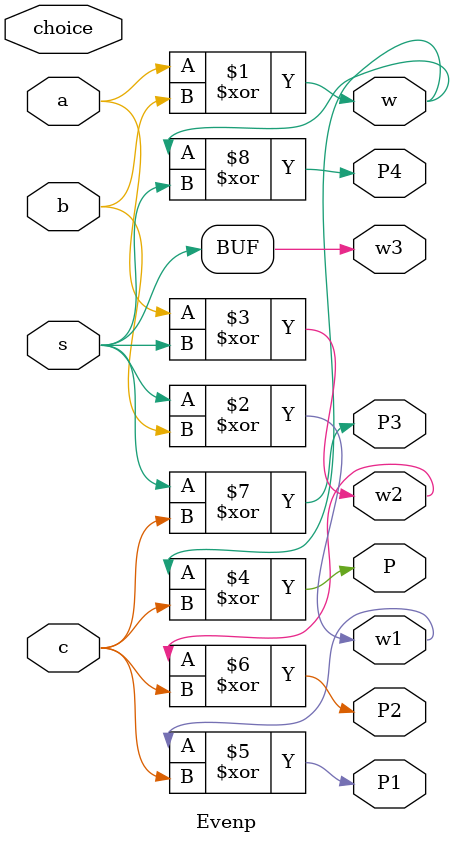
<source format=v>
module Evenp(P,P1,P2,P3,P4,w,w1,w2,w3,choice,a,b,c,s);

	input a,b,c,s;
	input choice;
	output w,w1,w2,w3,P,P1,P2,P3,P4;
	assign w=(a^b);
	assign w1=(s^b);//Stuck Fault @a
	assign w2=(a^s);//Stuck Fault @b
	assign w3=s;//Stuck Fault @w
	assign P=((w)^c);
	assign P1=((w1)^c);
	assign P2=((w2)^c);
	assign P3=((w3)^c);
	assign P4=((w)^s);//Stuck Fault @c

endmodule

</source>
